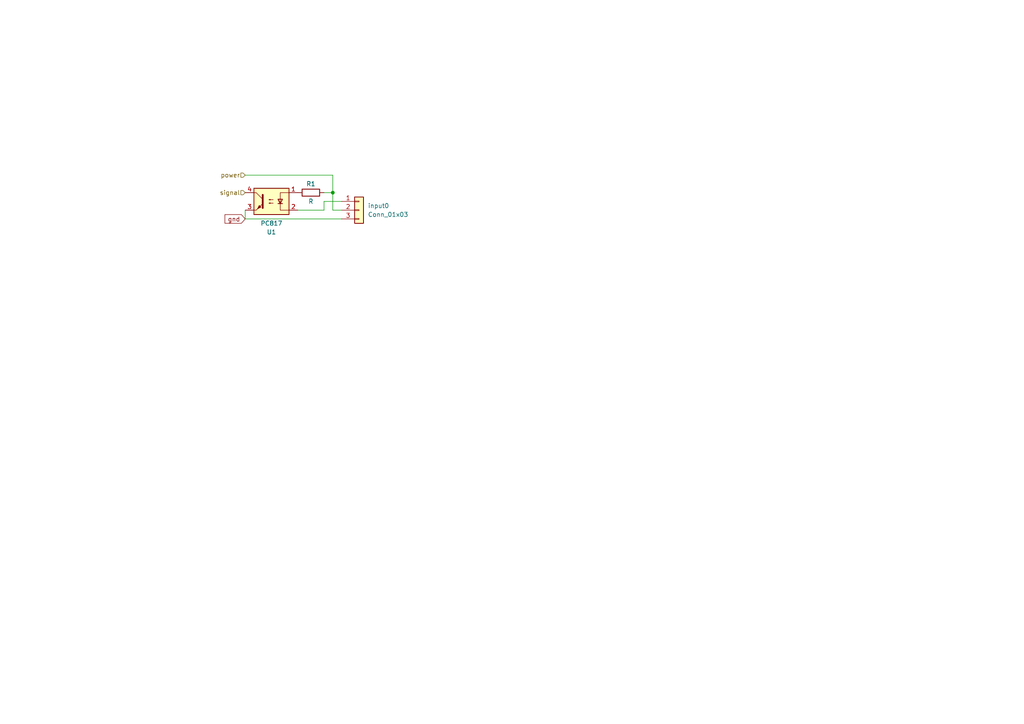
<source format=kicad_sch>
(kicad_sch (version 20230121) (generator eeschema)
  (paper "A4")
  (lib_symbols
    (symbol "Connector_Generic:Conn_01x03" (pin_names (offset 1.016) hide)
      (property "Reference" "J" (at 0 5.08 0))
      (property "Value" "Conn_01x03" (at 0 -5.08 0))
      (symbol "Conn_01x03_1_1"
        (rectangle (start -1.27 -2.413) (end 0 -2.667) (stroke (width 0.1524)))
        (rectangle (start -1.27 0.127) (end 0 -0.127) (stroke (width 0.1524)))
        (rectangle (start -1.27 2.667) (end 0 2.413) (stroke (width 0.1524)))
        (rectangle (start -1.27 3.81) (end 1.27 -3.81) (stroke (width 0.254)) (fill (type background)))
        (pin passive line (at -5.08 2.54 0) (length 3.81) (name "Pin_1") (number "1"))
        (pin passive line (at -5.08 0 0) (length 3.81) (name "Pin_2") (number "2"))
        (pin passive line (at -5.08 -2.54 0) (length 3.81) (name "Pin_3") (number "3"))
      )
    )
    (symbol "Device:R" (pin_numbers hide) (pin_names (offset 0))
      (property "Reference" "R" (at 2.032 0 90))
      (property "Value" "R" (at 0 0 90))
      (symbol "R_0_1"
        (rectangle (start -1.016 -2.54) (end 1.016 2.54) (stroke (width 0.254)))
      )
      (symbol "R_1_1"
        (pin passive line (at 0 3.81 270) (length 1.27) (name "~") (number "1"))
        (pin passive line (at 0 -3.81 90) (length 1.27) (name "~") (number "2"))
      )
    )
    (symbol "Isolator:PC817" (pin_names (offset 1.016))
      (property "Reference" "U" (at -5.08 5.08 0))
      (property "Value" "PC817" (at 0 5.08 0))
      (symbol "PC817_0_1"
        (rectangle (start -5.08 3.81) (end 5.08 -3.81) (stroke (width 0.254)) (fill (type background)))
        (polyline (pts (xy -3.175 -0.635) (xy -1.905 -0.635)) (stroke (width 0.254)))
        (polyline (pts (xy 2.54 0.635) (xy 4.445 2.54)))
        (polyline (pts (xy 4.445 -2.54) (xy 2.54 -0.635)) (fill (type outline)))
        (polyline (pts (xy 4.445 -2.54) (xy 5.08 -2.54)))
        (polyline (pts (xy 4.445 2.54) (xy 5.08 2.54)))
        (polyline (pts (xy -5.08 2.54) (xy -2.54 2.54) (xy -2.54 -0.635)))
        (polyline (pts (xy -2.54 -0.635) (xy -2.54 -2.54) (xy -5.08 -2.54)))
        (polyline (pts (xy 2.54 1.905) (xy 2.54 -1.905) (xy 2.54 -1.905)) (stroke (width 0.508)))
        (polyline (pts (xy -2.54 -0.635) (xy -3.175 0.635) (xy -1.905 0.635) (xy -2.54 -0.635)) (stroke (width 0.254)))
        (polyline (pts (xy -0.508 -0.508) (xy 0.762 -0.508) (xy 0.381 -0.635) (xy 0.381 -0.381) (xy 0.762 -0.508)))
        (polyline (pts (xy -0.508 0.508) (xy 0.762 0.508) (xy 0.381 0.381) (xy 0.381 0.635) (xy 0.762 0.508)))
        (polyline (pts (xy 3.048 -1.651) (xy 3.556 -1.143) (xy 4.064 -2.159) (xy 3.048 -1.651) (xy 3.048 -1.651)) (fill (type outline)))
      )
      (symbol "PC817_1_1"
        (pin passive line (at -7.62 2.54 0) (length 2.54) (name "~") (number "1"))
        (pin passive line (at -7.62 -2.54 0) (length 2.54) (name "~") (number "2"))
        (pin passive line (at 7.62 -2.54 180) (length 2.54) (name "~") (number "3"))
        (pin passive line (at 7.62 2.54 180) (length 2.54) (name "~") (number "4"))
      )
    )
  )
  (junction (at 96.52 55.88))
  (wire (pts (xy 71.12 63.5) (xy 99.06 63.5)))
  (wire (pts (xy 93.98 60.96) (xy 93.98 58.42)))
  (wire (pts (xy 99.06 60.96) (xy 96.52 60.96)))
  (wire (pts (xy 71.12 60.96) (xy 71.12 63.5)))
  (wire (pts (xy 96.52 55.88) (xy 96.52 60.96)))
  (wire (pts (xy 86.36 60.96) (xy 93.98 60.96)))
  (wire (pts (xy 93.98 58.42) (xy 99.06 58.42)))
  (wire (pts (xy 93.98 55.88) (xy 96.52 55.88)))
  (wire (pts (xy 71.12 50.8) (xy 96.52 50.8)))
  (wire (pts (xy 96.52 55.88) (xy 96.52 50.8)))
  (global_label "gnd" (shape input) (at 71.12 63.5 180) (property "Intersheetrefs" "${INTERSHEET_REFS}" (effects hide)))
  (hierarchical_label "signal" (shape input) (at 71.12 55.88 180))
  (hierarchical_label "power" (shape input) (at 71.12 50.8 180))
  (symbol (lib_id "Connector_Generic:Conn_01x03") (at 104.14 60.96 0) (unit 1)
    (property "Reference" "input0" (at 106.68 59.69 0) (effects (justify left)))
    (property "Value" "Conn_01x03" (at 106.68 62.23 0) (effects (justify left)))
    (property "Footprint" "Connector_JST:JST_XH_B3B-XH-A_1x03_P2.50mm_Vertical" (effects hide))
    (instances (project "rio-octobot" (path "" (reference "input0") (unit 1)) (path "" (reference "input1") (unit 1)) (path "" (reference "input2") (unit 1)) (path "" (reference "input3") (unit 1)) (path "" (reference "input4") (unit 1)) (path "" (reference "input5") (unit 1)) (path "" (reference "input6") (unit 1)) (path "" (reference "input7") (unit 1))))
  )
  (symbol (lib_id "Device:R") (at 90.17 55.88 90) (unit 1)
    (property "Reference" "R1" (at 90.17 53.34 90))
    (property "Value" "R" (at 90.17 58.42 90))
    (property "Footprint" "Resistor_SMD:R_1206_3216Metric" (effects hide))
    (instances (project "rio-octobot" (path "" (reference "R1") (unit 1)) (path "" (reference "R2") (unit 1)) (path "" (reference "R3") (unit 1)) (path "" (reference "R4") (unit 1)) (path "" (reference "R5") (unit 1)) (path "" (reference "R6") (unit 1)) (path "" (reference "R7") (unit 1)) (path "" (reference "R8") (unit 1))))
  )
  (symbol (lib_id "Isolator:PC817") (at 78.74 58.42 0) (mirror y) (unit 1)
    (property "Reference" "U1" (at 78.74 67.31 0))
    (property "Value" "PC817" (at 78.74 64.77 0))
    (property "Footprint" "Package_DIP:DIP-4_W7.62mm" (effects hide))
    (property "Datasheet" "http://www.soselectronic.cz/a_info/resource/d/pc817.pdf" (effects hide))
    (instances (project "rio-octobot" (path "" (reference "U1") (unit 1)) (path "" (reference "U2") (unit 1)) (path "" (reference "U3") (unit 1)) (path "" (reference "U4") (unit 1)) (path "" (reference "U5") (unit 1)) (path "" (reference "U6") (unit 1)) (path "" (reference "U7") (unit 1)) (path "" (reference "U8") (unit 1))))
  )
)
</source>
